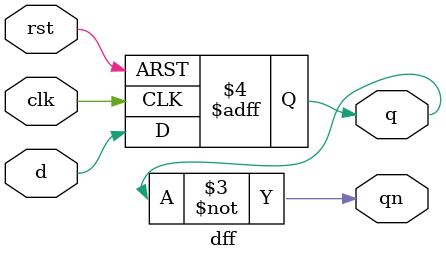
<source format=v>
module top (input clk,
            input rst,
            output out,
            output out1,
            output out2,
            output out3
			);
    integer num = 0;
    reg clkdiv = 0;
    always @(posedge clk) begin
        if (num < 62500000) begin
            num = num + 1;
        end
        else begin
            num = 0;
            clkdiv = ~clkdiv;
        end
    end
	counter counter_inst(.clk(clkdiv),.rst(rst),.out(out),.out1(out1),.out2(out2),.out3(out3));
endmodule

module counter (input clk,
                input rst,
                output out,
                output out1,
                output out2,
                output out3
				);
	wire q;
	wire qn;

	dff dff(.d(qn),
			 .clk(clk),
			 .rst(rst),
			 .q(q),
			 .qn(qn)
			 );
			 
	dff dff1(.d(qn1),
            .clk(qn),
            .rst(rst),
            .q(q1),
            .qn(qn1)
             );	
	dff dff2(.d(qn2),
             .clk(qn1),
             .rst(rst),
             .q(q2),
             .qn(qn2)
             );                
     dff dff3(.d(qn3),
               .clk(qn2),
               .rst(rst),
               .q(q3),
               .qn(qn3)
              );            
	assign out = q;
	assign out1 = q1;
	assign out2 = q2;
	assign out3 = q3;
	
endmodule

module dff (input d,
            input clk,
            input rst,
            output reg q,
            output qn
			);
	always @ (posedge clk or negedge rst)
	if (!rst)
		q = 0;
	else
		q = d;
	assign qn = ~q;
endmodule


</source>
